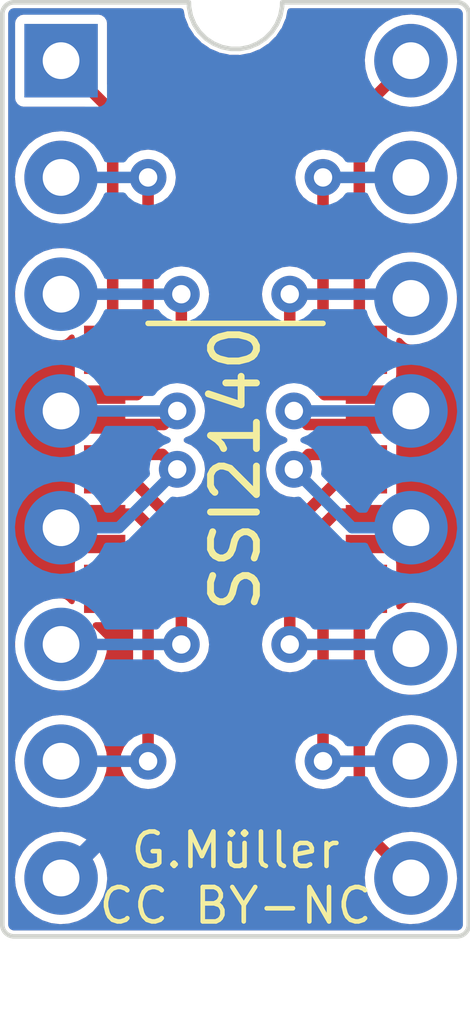
<source format=kicad_pcb>
(kicad_pcb (version 20211014) (generator pcbnew)
  (layers (0 "F.Cu" signal) (31 "B.Cu" signal) (34 "B.Paste" user) (35 "F.Paste" user) (36 "B.SilkS" user "B.Silkscreen") (37 "F.SilkS" user "F.Silkscreen") (38 "B.Mask" user) (39 "F.Mask" user) (44 "Edge.Cuts" user))
  (net 0 "")
  (net 1 "Net-(U1-Pad1)")
  (net 2 "Net-(U1-Pad2)")
  (net 7 "Net-(U1-Pad3)")
  (net 8 "Net-(U1-Pad5)")
  (net 9 "Net-(U1-Pad6)")
  (net 10 "Net-(U1-Pad7)")
  (net 11 "GND")
  (net 12 "Net-(U1-Pad14)")
  (net 13 "Net-(U1-Pad15)")
  (net 14 "Net-(U1-Pad16)")
  (net 15 "Net-(U1-Pad18)")
  (net 16 "Net-(U1-Pad19)")
  (net 17 "-15V")
  (net 18 "+15V")
  (net 19 "Net-(U2-Pad4)")
  (net 20 "Net-(U2-Pad13)")
  (footprint "Library:SSOP-20_4.4x6.5mm_P0.65mm" (layer "F.Cu") (at 144.78 76.2)
    (fp_text reference "U1" hide)
    (fp_text value "SSI2140" (at 0 -0.023183 90) (layer "F.SilkS"))
    (fp_line (start -1.905 -3.175) (end 1.905 -3.175) (layer "F.SilkS") (width 0.12))
    (pad "1" smd rect (at -2.85 -2.925) (size 0.9 0.4) (layers "F.Cu" "F.Paste" "F.Mask") (net 1 "Net-(U1-Pad1)"))
    (pad "2" smd rect (at -2.85 -2.275) (size 0.9 0.4) (layers "F.Cu" "F.Paste" "F.Mask") (net 2 "Net-(U1-Pad2)"))
    (pad "3" smd rect (at -2.85 -1.625) (size 0.9 0.4) (layers "F.Cu" "F.Paste" "F.Mask") (net 7 "Net-(U1-Pad3)"))
    (pad "4" smd rect (at -2.85 -0.975) (size 0.9 0.4) (layers "F.Cu" "F.Paste" "F.Mask") (net 19 "Net-(U2-Pad4)"))
    (pad "5" smd rect (at -2.85 -0.325) (size 0.9 0.4) (layers "F.Cu" "F.Paste" "F.Mask") (net 8 "Net-(U1-Pad5)"))
    (pad "6" smd rect (at -2.85 0.325) (size 0.9 0.4) (layers "F.Cu" "F.Paste" "F.Mask") (net 9 "Net-(U1-Pad6)"))
    (pad "7" smd rect (at -2.85 0.975) (size 0.9 0.4) (layers "F.Cu" "F.Paste" "F.Mask") (net 10 "Net-(U1-Pad7)"))
    (pad "8" smd rect (at -2.85 1.625) (size 0.9 0.4) (layers "F.Cu" "F.Paste" "F.Mask"))
    (pad "9" smd rect (at -2.85 2.275) (size 0.9 0.4) (layers "F.Cu" "F.Paste" "F.Mask"))
    (pad "10" smd rect (at -2.85 2.925) (size 0.9 0.4) (layers "F.Cu" "F.Paste" "F.Mask") (net 11 "GND"))
    (pad "11" smd rect (at 2.85 2.925) (size 0.9 0.4) (layers "F.Cu" "F.Paste" "F.Mask") (net 17 "-15V"))
    (pad "12" smd rect (at 2.85 2.275) (size 0.9 0.4) (layers "F.Cu" "F.Paste" "F.Mask"))
    (pad "13" smd rect (at 2.85 1.625) (size 0.9 0.4) (layers "F.Cu" "F.Paste" "F.Mask"))
    (pad "14" smd rect (at 2.85 0.975) (size 0.9 0.4) (layers "F.Cu" "F.Paste" "F.Mask") (net 12 "Net-(U1-Pad14)"))
    (pad "15" smd rect (at 2.85 0.325) (size 0.9 0.4) (layers "F.Cu" "F.Paste" "F.Mask") (net 13 "Net-(U1-Pad15)"))
    (pad "16" smd rect (at 2.85 -0.325) (size 0.9 0.4) (layers "F.Cu" "F.Paste" "F.Mask") (net 14 "Net-(U1-Pad16)"))
    (pad "17" smd rect (at 2.85 -0.975) (size 0.9 0.4) (layers "F.Cu" "F.Paste" "F.Mask") (net 20 "Net-(U2-Pad13)"))
    (pad "18" smd rect (at 2.85 -1.625) (size 0.9 0.4) (layers "F.Cu" "F.Paste" "F.Mask") (net 15 "Net-(U1-Pad18)"))
    (pad "19" smd rect (at 2.85 -2.275) (size 0.9 0.4) (layers "F.Cu" "F.Paste" "F.Mask") (net 16 "Net-(U1-Pad19)"))
    (pad "20" smd rect (at 2.85 -2.925) (size 0.9 0.4) (layers "F.Cu" "F.Paste" "F.Mask") (net 18 "+15V"))
  )
  (footprint "Library:DIP-16_W7.62mm-5" (layer "F.Cu") (at 140.98 67.31)
    (fp_text reference "U2" hide)
    (fp_text value "SSM2040")
    (fp_circle (center 7.62 7.62) (end 8.22 7.62) (layer "B.Cu") (width 0.4) (fill none))
    (fp_circle (center 0 10.16) (end 0.6 10.16) (layer "B.Cu") (width 0.4) (fill none))
    (fp_circle (center 0 7.62) (end 0.6 7.62) (layer "B.Cu") (width 0.4) (fill none))
    (fp_circle (center 7.62 10.16) (end 8.22 10.16) (layer "B.Cu") (width 0.4) (fill none))
    (pad "" np_thru_hole oval (at 0 5.08) (size 1.6 1.6) (drill 0.8) (layers "B.Cu" "B.Mask"))
    (pad "" np_thru_hole oval (at 7.62 7.62) (size 0.8 0.8) (drill 0.8) (layers F&B.Cu))
    (pad "" np_thru_hole oval (at 0 7.62) (size 0.8 0.8) (drill 0.8) (layers F&B.Cu))
    (pad "" np_thru_hole oval (at 7.62 10.16) (size 0.8 0.8) (drill 0.8) (layers F&B.Cu))
    (pad "" np_thru_hole oval (at 0 12.7) (size 1.6 1.6) (drill 0.8) (layers "B.Cu" "B.Mask"))
    (pad "" np_thru_hole oval (at 7.62 12.79195) (size 1.6 1.6) (drill 0.8) (layers "B.Cu" "B.Mask"))
    (pad "" np_thru_hole oval (at 0 10.16) (size 0.8 0.8) (drill 0.8) (layers F&B.Cu))
    (pad "" np_thru_hole oval (at 7.62 5.17195) (size 1.6 1.6) (drill 0.8) (layers "B.Cu" "B.Mask"))
    (pad "1" thru_hole rect (at 0 0) (size 1.6 1.6) (drill 0.8) (layers *.Cu *.Mask) (net 1 "Net-(U1-Pad1)"))
    (pad "2" thru_hole oval (at 0 2.54) (size 1.6 1.6) (drill 0.8) (layers *.Cu *.Mask) (net 2 "Net-(U1-Pad2)"))
    (pad "3" smd roundrect (at 0 5.08) (size 1.6 1.6) (layers "F.Cu" "F.Mask") (roundrect_rratio 0.5) (chamfer_ratio 0.5) (chamfer bottom_right) (net 7 "Net-(U1-Pad3)"))
    (pad "6" smd roundrect (at 0 12.7) (size 1.6 1.6) (layers "F.Cu" "F.Mask") (roundrect_rratio 0.5) (chamfer_ratio 0.5) (chamfer top_right) (net 9 "Net-(U1-Pad6)"))
    (pad "7" thru_hole oval (at 0 15.24) (size 1.6 1.6) (drill 0.8) (layers *.Cu *.Mask) (net 10 "Net-(U1-Pad7)"))
    (pad "8" thru_hole oval (at 0 17.78) (size 1.6 1.6) (drill 0.8) (layers *.Cu *.Mask) (net 11 "GND"))
    (pad "9" thru_hole oval (at 7.62 17.78) (size 1.6 1.6) (drill 0.8) (layers *.Cu *.Mask) (net 17 "-15V"))
    (pad "9" smd roundrect (at 7.62 12.79195) (size 1.6 1.6) (layers "F.Cu" "F.Mask") (roundrect_rratio 0.5) (chamfer_ratio 0.5) (chamfer top_left) (net 17 "-15V"))
    (pad "10" thru_hole oval (at 7.62 15.24) (size 1.6 1.6) (drill 0.8) (layers *.Cu *.Mask) (net 12 "Net-(U1-Pad14)"))
    (pad "14" smd roundrect (at 7.62 5.17195) (size 1.6 1.6) (layers "F.Cu" "F.Mask") (roundrect_rratio 0.5) (chamfer_ratio 0.5) (chamfer bottom_left) (net 15 "Net-(U1-Pad18)"))
    (pad "15" thru_hole oval (at 7.62 2.54) (size 1.6 1.6) (drill 0.8) (layers *.Cu *.Mask) (net 16 "Net-(U1-Pad19)"))
    (pad "16" thru_hole oval (at 7.62 0) (size 1.6 1.6) (drill 0.8) (layers *.Cu *.Mask) (net 18 "+15V"))
  )
  (gr_poly (pts (arc (start 139.7 86.106) (mid 139.774395 86.285605) (end 139.954 86.36)) (arc (start 149.606 86.36) (mid 149.785605 86.285605) (end 149.86 86.106)) (arc (start 149.86 66.294) (mid 149.785605 66.114395) (end 149.606 66.04)) (xy 145.796 66.04) (xy 145.793554 66.139826) (xy 145.754604 66.335643) (xy 145.6782 66.520098) (xy 145.567279 66.686103) (xy 145.426103 66.827279) (xy 145.260098 66.9382) (xy 145.075643 67.014604) (xy 144.879826 67.053554) (xy 144.680174 67.053554) (xy 144.484357 67.014604) (xy 144.299902 66.9382) (xy 144.133897 66.827279) (xy 143.992721 66.686103) (xy 143.8818 66.520098) (xy 143.805396 66.335643) (xy 143.766446 66.139826) (xy 143.764 66.04) (arc (start 139.954 66.04) (mid 139.774395 66.114395) (end 139.7 66.294))) (layer "Edge.Cuts") (width 0.1) (fill none))
  (gr_text "G.Müller\nCC BY-NC" (at 144.78 85.09) (layer "F.SilkS") (effects (font (size 0.75 0.75) (thickness 0.1))))
  (segment (start 141.93 73.275) (end 142.104511 73.100489) (width 0.25) (layer "F.Cu") (net 1))
  (segment (start 142.104511 73.100489) (end 142.104511 68.434511) (width 0.25) (layer "F.Cu") (net 1))
  (segment (start 142.104511 68.434511) (end 140.98 67.31) (width 0.25) (layer "F.Cu") (net 1))
  (segment (start 141.93 73.925) (end 142.63 73.925) (width 0.25) (layer "F.Cu") (net 2))
  (segment (start 142.875 73.68) (end 142.875 69.85) (width 0.25) (layer "F.Cu") (net 2))
  (segment (start 142.63 73.925) (end 142.875 73.68) (width 0.25) (layer "F.Cu") (net 2))
  (via (at 142.875 69.85) (size 0.8) (drill 0.4) (layers "F.Cu" "B.Cu") (net 2))
  (segment (start 142.875 69.85) (end 140.98 69.85) (width 0.25) (layer "B.Cu") (net 2))
  (segment (start 143.5995 73.6055) (end 143.5995 72.39) (width 0.25) (layer "F.Cu") (net 7))
  (segment (start 141.93 74.575) (end 142.63 74.575) (width 0.25) (layer "F.Cu") (net 7))
  (segment (start 142.63 74.575) (end 143.5995 73.6055) (width 0.25) (layer "F.Cu") (net 7))
  (via (at 143.5995 72.39) (size 0.8) (drill 0.4) (layers "F.Cu" "B.Cu") (net 7))
  (segment (start 143.5995 72.39) (end 140.98 72.39) (width 0.25) (layer "B.Cu") (net 7))
  (segment (start 143.185 75.875) (end 143.51 76.2) (width 0.25) (layer "F.Cu") (net 8))
  (segment (start 141.93 75.875) (end 143.185 75.875) (width 0.25) (layer "F.Cu") (net 8))
  (via (at 143.51 76.2) (size 0.8) (drill 0.4) (layers "F.Cu" "B.Cu") (net 8))
  (segment (start 142.24 77.47) (end 141.754521 77.47) (width 0.25) (layer "B.Cu") (net 8))
  (segment (start 143.51 76.2) (end 142.24 77.47) (width 0.25) (layer "B.Cu") (net 8))
  (segment (start 143.5995 77.4945) (end 143.5995 80.01) (width 0.25) (layer "F.Cu") (net 9))
  (segment (start 142.63 76.525) (end 143.5995 77.4945) (width 0.25) (layer "F.Cu") (net 9))
  (segment (start 141.93 76.525) (end 142.63 76.525) (width 0.25) (layer "F.Cu") (net 9))
  (via (at 143.5995 80.01) (size 0.8) (drill 0.4) (layers "F.Cu" "B.Cu") (net 9))
  (segment (start 143.5995 80.01) (end 140.98 80.01) (width 0.25) (layer "B.Cu") (net 9))
  (segment (start 141.93 77.175) (end 142.63 77.175) (width 0.25) (layer "F.Cu") (net 10))
  (segment (start 142.875 77.42) (end 142.875 82.55) (width 0.25) (layer "F.Cu") (net 10))
  (segment (start 142.63 77.175) (end 142.875 77.42) (width 0.25) (layer "F.Cu") (net 10))
  (via (at 142.875 82.55) (size 0.8) (drill 0.4) (layers "F.Cu" "B.Cu") (net 10))
  (segment (start 142.875 82.55) (end 140.98 82.55) (width 0.25) (layer "B.Cu") (net 10))
  (segment (start 142.24 83.83) (end 142.24 83.82) (width 0.25) (layer "F.Cu") (net 11))
  (segment (start 140.98 85.09) (end 142.24 83.83) (width 0.4) (layer "F.Cu") (net 11))
  (segment (start 142.24 79.125) (end 142.24 80.01) (width 0.4) (layer "F.Cu") (net 11))
  (segment (start 140.98 85.09) (end 142.24 83.83) (width 0.4) (layer "B.Cu") (net 11))
  (segment (start 147.63 77.175) (end 146.93 77.175) (width 0.25) (layer "F.Cu") (net 12))
  (segment (start 146.93 77.175) (end 146.685 77.42) (width 0.25) (layer "F.Cu") (net 12))
  (segment (start 146.685 77.42) (end 146.685 82.55) (width 0.25) (layer "F.Cu") (net 12))
  (via (at 146.685 82.55) (size 0.8) (drill 0.4) (layers "F.Cu" "B.Cu") (net 12))
  (segment (start 146.685 82.55) (end 148.6 82.55) (width 0.25) (layer "B.Cu") (net 12))
  (segment (start 147.63 76.525) (end 146.93 76.525) (width 0.25) (layer "F.Cu") (net 13))
  (segment (start 146.93 76.525) (end 145.9605 77.4945) (width 0.25) (layer "F.Cu") (net 13))
  (segment (start 145.9605 77.4945) (end 145.9605 80.01) (width 0.25) (layer "F.Cu") (net 13))
  (via (at 145.9605 80.01) (size 0.8) (drill 0.4) (layers "F.Cu" "B.Cu") (net 13))
  (segment (start 145.9605 80.01) (end 148.6 80.01) (width 0.25) (layer "B.Cu") (net 13))
  (segment (start 146.375 75.875) (end 146.05 76.2) (width 0.25) (layer "F.Cu") (net 14))
  (segment (start 147.63 75.875) (end 146.375 75.875) (width 0.25) (layer "F.Cu") (net 14))
  (via (at 146.05 76.2) (size 0.8) (drill 0.4) (layers "F.Cu" "B.Cu") (net 14))
  (segment (start 146.05 76.2) (end 147.32 77.47) (width 0.25) (layer "B.Cu") (net 14))
  (segment (start 147.32 77.47) (end 147.825479 77.47) (width 0.25) (layer "B.Cu") (net 14))
  (segment (start 145.9605 73.815886) (end 145.9605 72.39) (width 0.25) (layer "F.Cu") (net 15))
  (segment (start 146.719614 74.575) (end 145.9605 73.815886) (width 0.25) (layer "F.Cu") (net 15))
  (segment (start 147.63 74.575) (end 146.719614 74.575) (width 0.25) (layer "F.Cu") (net 15))
  (via (at 145.9605 72.39) (size 0.8) (drill 0.4) (layers "F.Cu" "B.Cu") (net 15))
  (segment (start 145.9605 72.39) (end 148.6 72.39) (width 0.25) (layer "B.Cu") (net 15))
  (segment (start 146.93 73.925) (end 146.685 73.68) (width 0.25) (layer "F.Cu") (net 16))
  (segment (start 146.685 73.68) (end 146.685 69.85) (width 0.25) (layer "F.Cu") (net 16))
  (segment (start 147.63 73.925) (end 146.93 73.925) (width 0.25) (layer "F.Cu") (net 16))
  (via (at 146.685 69.85) (size 0.8) (drill 0.4) (layers "F.Cu" "B.Cu") (net 16))
  (segment (start 146.685 69.85) (end 148.6 69.85) (width 0.25) (layer "B.Cu") (net 16))
  (segment (start 147.475489 83.965489) (end 148.6 85.09) (width 0.25) (layer "F.Cu") (net 17))
  (segment (start 147.63 79.125) (end 147.475489 79.279511) (width 0.25) (layer "F.Cu") (net 17))
  (segment (start 147.475489 79.279511) (end 147.475489 83.965489) (width 0.25) (layer "F.Cu") (net 17))
  (segment (start 147.475489 73.120489) (end 147.475489 68.434511) (width 0.25) (layer "F.Cu") (net 18))
  (segment (start 147.63 73.275) (end 147.475489 73.120489) (width 0.25) (layer "F.Cu") (net 18))
  (segment (start 147.475489 68.434511) (end 148.6 67.31) (width 0.25) (layer "F.Cu") (net 18))
  (segment (start 141.93 75.225) (end 143.215 75.225) (width 0.25) (layer "F.Cu") (net 19))
  (segment (start 143.215 75.225) (end 143.51 74.93) (width 0.25) (layer "F.Cu") (net 19))
  (via (at 143.51 74.93) (size 0.8) (drill 0.4) (layers "F.Cu" "B.Cu") (net 19))
  (segment (start 143.51 74.93) (end 141.754521 74.93) (width 0.25) (layer "B.Cu") (net 19))
  (segment (start 147.63 75.225) (end 146.345 75.225) (width 0.25) (layer "F.Cu") (net 20))
  (segment (start 146.345 75.225) (end 146.05 74.93) (width 0.25) (layer "F.Cu") (net 20))
  (via (at 146.05 74.93) (size 0.8) (drill 0.4) (layers "F.Cu" "B.Cu") (net 20))
  (segment (start 146.05 74.93) (end 147.805479 74.93) (width 0.25) (layer "B.Cu") (net 20))
  (zone (net 11) (net_name "GND") (layers F&B.Cu) (connect_pads no (clearance 0.128)) (min_thickness 0.128) (fill yes (thermal_gap 0.2) (thermal_bridge_width 0.128))
    (polygon (pts (xy 149.86 86.36) (xy 139.7 86.36) (xy 139.7 66.04) (xy 149.86 66.04)))
  )
)
</source>
